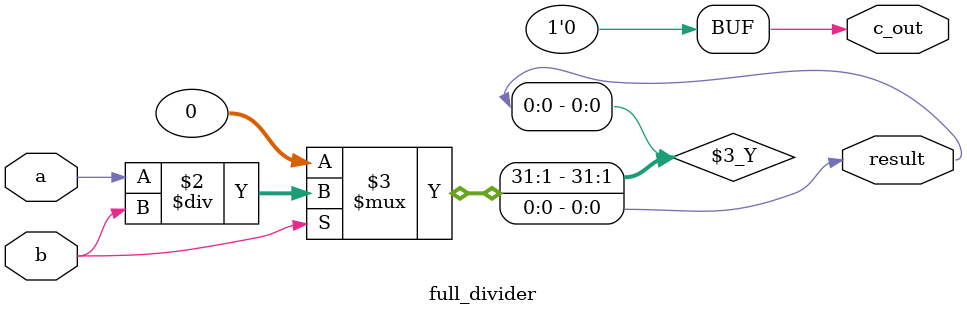
<source format=sv>
module full_divider(
    input logic a,
    input logic b,
    output logic result,
    output logic c_out
);

    assign result = (b != 0) ? a / b : 0; // División a nivel de bit
    assign c_out = 0; // No hay acarreo en la división de un solo bit

endmodule
</source>
